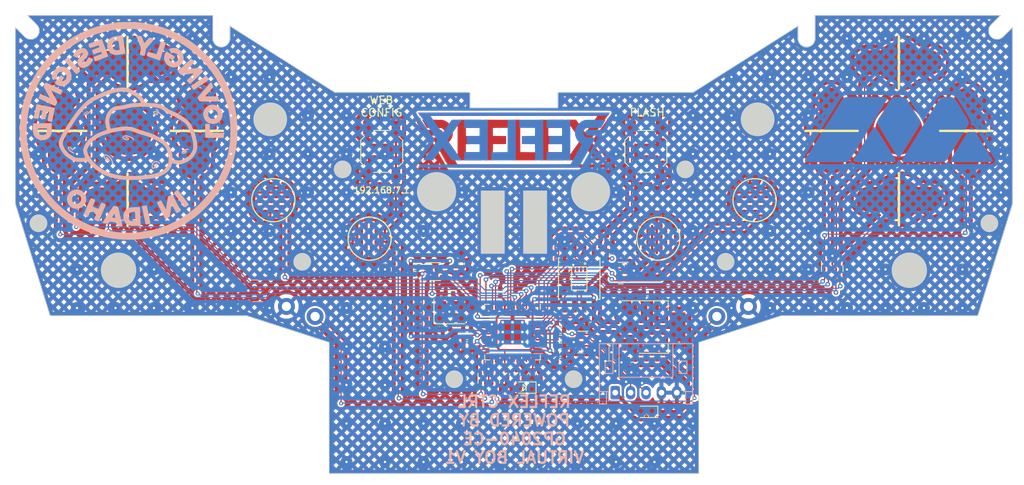
<source format=kicad_pcb>
(kicad_pcb (version 20221018) (generator pcbnew)
  (title_block (title "Nintendo OEM SNES Controller Replacement PCB") (date "2022-10-20") (rev "4a") (comment 1 "http://creativecommons.org/licenses/by-sa/4.0") (comment 2 "Attribution-ShareAlike v4.0 license.") (comment 3 "This document describes Open Hardware and is licensed under the Creative Commons") (comment 4 "(c) 2022 Bob Taylor"))
  (layers (0 "F.Cu" signal "Front") (31 "B.Cu" signal "Back") (34 "B.Paste" user) (35 "F.Paste" user) (36 "B.SilkS" user "B.Silkscreen") (37 "F.SilkS" user "F.Silkscreen") (38 "B.Mask" user) (39 "F.Mask" user) (44 "Edge.Cuts" user))
  (net 0 "")
  (net 1 "GND")
  (net 2 "+5V")
  (net 3 "+3V3")
  (net 4 "Net-(C3-Pad2)")
  (net 5 "/XIN")
  (net 6 "+1V1")
  (net 7 "/VBUS")
  (net 8 "/USB_D+")
  (net 9 "/USB_D-")
  (net 10 "/L")
  (net 11 "/R")
  (net 12 "/START")
  (net 13 "/QSPI_SS")
  (net 14 "/XOUT")
  (net 15 "/DR_+")
  (net 16 "/DR_-")
  (net 17 "Net-(U4-GPIO25)")
  (net 18 "/UP")
  (net 19 "/DOWN")
  (net 20 "/LEFT")
  (net 21 "/RIGHT")
  (net 22 "/SELECT")
  (net 24 "/B")
  (net 26 "/A")
  (net 27 "/HOME")
  (net 28 "/QSPI_SD1")
  (net 29 "/QSPI_SD2")
  (net 30 "/QSPI_SD0")
  (net 31 "/QSPI_SCLK")
  (net 32 "/QSPI_SD3")
  (net 33 "/SDA")
  (net 34 "/SCL")
  (net 35 "/3K")
  (net 36 "/4K")
  (net 37 "/RD")
  (net 38 "/RU")
  (net 39 "/TURBO")
  (net 40 "/TURBO_LED")
  (net 41 "/SWCLK")
  (net 42 "/SWDIO")
  (net 43 "/RUN")
  (net 44 "/TP")
  (net 45 "/GPIO22_3V3")
  (net 46 "/GPIO23_3V3")
  (net 47 "/GPIO24")
  (net 48 "/RS_TOGGLE")
  (net 49 "/LS_TOGGLE")
  (net 50 "/RGB")
  (net 51 "/GPIO29_ADC3")
  (net 52 "/~{USB_BOOT}")
  (net 53 "Net-(D2-A)")
  (net 54 "/RL")
  (net 55 "/RR")
  (footprint "Package_TO_SOT_SMD:SOT-223-3_TabPin2" (layer "F.Cu") (at 182.88 140.475)
    (fp_text reference "U3")
    (fp_text value "AMS1117-3.3")
  )
  (footprint "MountingHole:MountingHole_1.2mm_Pad" (layer "F.Cu") (at 195.2 137.8)
    (fp_text reference "JW1" hide)
    (fp_text value "R-")
  )
  (footprint "Capacitor_SMD:C_0402_1005Metric" (layer "F.Cu") (at 163.83 146.605 -90)
    (fp_text reference "C11")
    (fp_text value "100n")
  )
  (footprint "Capacitor_SMD:C_0402_1005Metric" (layer "F.Cu") (at 174.672489 139.48 180)
    (fp_text reference "C5")
    (fp_text value "100n")
  )
  (footprint "Button_Switch_SMD:SW_SPST_SKQG_WithStem" (layer "F.Cu") (at 181.88 117.66 -90)
    (fp_text reference "SW6")
    (fp_text value "SW_Push")
  )
  (footprint "Package_DFN_QFN:UDFN-10_1.35x2.6mm_P0.5mm" (layer "F.Cu") (at 206.09 132.585 -90)
    (fp_text reference "U5")
    (fp_text value "TVS_RCLAMP0524P-N")
  )
  (footprint "VideoGames:BTN_Controller_5mm_0.3_0.3" (layer "F.Cu") (at 146 129 90)
    (fp_text reference "SW4" hide)
    (fp_text value "Button_Pad")
  )
  (footprint "VideoGames:BTN_Controller_Dpad_0.3_0.3" (layer "F.Cu") (at 114.565 106.195)
    (fp_text reference "SW12" hide)
    (fp_text value "Button_Pad")
  )
  (footprint "MountingHole:MountingHole_1.2mm_Pad" (layer "F.Cu") (at 138.923677 139.1)
    (fp_text reference "JW4" hide)
    (fp_text value "L")
  )
  (footprint "VideoGames:BTN_Controller_Dpad_0.3_0.3" (layer "F.Cu") (at 105.815 115 90)
    (fp_text reference "SW9" hide)
    (fp_text value "Button_Pad")
  )
  (footprint "VideoGames:BTN_Controller_5mm_0.3_0.3" (layer "F.Cu") (at 133.5 124)
    (fp_text reference "SW5" hide)
    (fp_text value "Button_Pad")
  )
  (footprint "Resistor_SMD:R_0402_1005Metric" (layer "F.Cu") (at 158.66 140.745 180)
    (fp_text reference "R5")
    (fp_text value "1K")
  )
  (footprint "Button_Switch_SMD:SW_SPST_SKQG_WithStem" (layer "F.Cu") (at 147.575498 117.66 -90)
    (fp_text reference "SW10")
    (fp_text value "SW_Push")
  )
  (footprint "Resistor_SMD:R_0402_1005Metric" (layer "F.Cu") (at 165.17 146.595 90)
    (fp_text reference "R8")
    (fp_text value "1K")
  )
  (footprint "Resistor_SMD:R_0402_1005Metric" (layer "F.Cu") (at 170.799495 142.925 180)
    (fp_text reference "R7")
    (fp_text value "27")
  )
  (footprint "MountingHole:MountingHole_1.2mm_Pad" (layer "F.Cu") (at 191.1 139.1)
    (fp_text reference "JW3" hide)
    (fp_text value "R")
  )
  (footprint "Capacitor_SMD:C_0402_1005Metric" (layer "F.Cu") (at 167.18 146.595 -90)
    (fp_text reference "C9")
    (fp_text value "100n")
  )
  (footprint "Package_DFN_QFN:UDFN-10_1.35x2.6mm_P0.5mm" (layer "F.Cu") (at 161.48 147.135 -90)
    (fp_text reference "U7")
    (fp_text value "TVS_RCLAMP0524P-N")
  )
  (footprint "VideoGames:BTN_Controller_Dpad_0.3_0.3" (layer "F.Cu") (at 214.75 106.125)
    (fp_text reference "SW3" hide)
    (fp_text value "Button_Pad")
  )
  (footprint "Capacitor_SMD:C_0402_1005Metric" (layer "F.Cu") (at 162.97 135.98 90)
    (fp_text reference "C12")
    (fp_text value "100n")
  )
  (footprint "Capacitor_SMD:C_0402_1005Metric" (layer "F.Cu") (at 182.09 136.075 180)
    (fp_text reference "C2")
    (fp_text value "10u")
  )
  (footprint "Capacitor_SMD:C_0402_1005Metric" (layer "F.Cu") (at 157.96 132.255 90)
    (fp_text reference "C15")
    (fp_text value "10u")
  )
  (footprint "Capacitor_SMD:C_0402_1005Metric" (layer "F.Cu") (at 170.79 140.93)
    (fp_text reference "C13")
    (fp_text value "100n")
  )
  (footprint "Package_DFN_QFN:UDFN-10_1.35x2.6mm_P0.5mm" (layer "F.Cu") (at 173.704495 142.425 180)
    (fp_text reference "U6")
    (fp_text value "TVS_RCLAMP0524P-N")
  )
  (footprint "Resistor_SMD:R_0402_1005Metric" (layer "F.Cu") (at 176.78 131.07 90)
    (fp_text reference "R4")
    (fp_text value "10K")
  )
  (footprint "VideoGames:Reflex_Copper_30mm" (layer "F.Cu") (at 155.150917 114.907153)
    (fp_text reference "Ref**" hide)
    (fp_text value "Val**" hide)
  )
  (footprint "VideoGames:BTN_Controller_Dpad_0.3_0.3" (layer "F.Cu") (at 123.565 115 90)
    (fp_text reference "SW8" hide)
    (fp_text value "Button_Pad")
  )
  (footprint "VideoGames:BTN_Controller_5mm_0.3_0.3" (layer "F.Cu") (at 196 124)
    (fp_text reference "SW11" hide)
    (fp_text value "Button_Pad")
  )
  (footprint "Package_DFN_QFN:UDFN-10_1.35x2.6mm_P0.5mm" (layer "F.Cu") (at 178.945 133.47 180)
    (fp_text reference "U1")
    (fp_text value "TVS_RCLAMP0524P-N")
  )
  (footprint "Resistor_SMD:R_0402_1005Metric" (layer "F.Cu") (at 170.799495 141.925 180)
    (fp_text reference "R6")
    (fp_text value "27")
  )
  (footprint "Capacitor_SMD:C_0402_1005Metric" (layer "F.Cu") (at 170.77 144.895)
    (fp_text reference "C10")
    (fp_text value "1u")
  )
  (footprint "LED_SMD:LED_0603_1608Metric" (layer "F.Cu") (at 166.1375 148.34 180)
    (fp_text reference "D2")
    (fp_text value "LED")
  )
  (footprint "VideoGames:BTN_Controller_Dpad_0.3_0.3" (layer "F.Cu") (at 214.75 123.875)
    (fp_text reference "SW2" hide)
    (fp_text value "Button_Pad")
  )
  (footprint "Diode_SMD:D_0603_1608Metric" (layer "F.Cu") (at 181.95 151.49 180)
    (fp_text reference "D1")
    (fp_text value "SCHOTTKY DIODE")
  )
  (footprint "VideoGames:BTN_Controller_Dpad_0.3_0.3" (layer "F.Cu") (at 206 115 90)
    (fp_text reference "SW1" hide)
    (fp_text value "Button_Pad")
  )
  (footprint "Capacitor_SMD:C_0402_1005Metric" (layer "F.Cu") (at 155.98 140.745)
    (fp_text reference "C3")
    (fp_text value "27p")
  )
  (footprint "VideoGames:BTN_Controller_5mm_0.3_0.3" (layer "F.Cu") (at 183.5 129 -90)
    (fp_text reference locked "SW7" hide)
    (fp_text value "Button_Pad")
  )
  (footprint "Package_TO_SOT_SMD:SOT-353_SC-70-5" (layer "F.Cu") (at 154.53 133.28)
    (fp_text reference "U8")
    (fp_text value "74AHC1G32")
  )
  (footprint "Resistor_SMD:R_0402_1005Metric" (layer "F.Cu") (at 151.89 132.64)
    (fp_text reference "R10")
    (fp_text value "10K")
  )
  (footprint "VideoGames:RPI_SPI_Flash_Universal_W25Q16" (layer "F.Cu") (at 173.23 134.18 -90)
    (fp_text reference "FLASH1")
    (fp_text value "W25Q16")
  )
  (footprint "VideoGames:BTN_Controller_Dpad_0.3_0.3" (layer "F.Cu") (at 114.565 123.945)
    (fp_text reference "SW13" hide)
    (fp_text value "Button_Pad")
  )
  (footprint "Crystal:Crystal_SMD_SeikoEpson_TSX3225-4Pin_3.2x2.5mm" (layer "F.Cu") (at 156.36 138.475)
    (fp_text reference "Y1")
    (fp_text value "Crystal_GND24_Small")
  )
  (footprint "Capacitor_SMD:C_0402_1005Metric" (layer "F.Cu") (at 158.66 141.755 180)
    (fp_text reference "C14")
    (fp_text value "100n")
  )
  (footprint "Capacitor_SMD:C_0402_1005Metric" (layer "F.Cu") (at 156.37 136.125)
    (fp_text reference "C4")
    (fp_text value "27p")
  )
  (footprint "VideoGames:BTN_Controller_Dpad_0.3_0.3" (layer "F.Cu") (at 223.5 115 90)
    (fp_text reference "SW0" hide)
    (fp_text value "Button_Pad")
  )
  (footprint "VideoGames_KiCad6:RP2040-QFN-56" (layer "F.Cu") (at 164.564495 141.13 -90)
    (fp_text reference "U4")
    (fp_text value "RP2040")
  )
  (footprint "Capacitor_SMD:C_0402_1005Metric" (layer "F.Cu") (at 170.8 143.915)
    (fp_text reference "C8")
    (fp_text value "1u")
  )
  (footprint "Capacitor_SMD:C_0402_1005Metric" (layer "F.Cu") (at 180.05 144.69 180)
    (fp_text reference "C1")
    (fp_text value "10u")
  )
  (footprint "Resistor_SMD:R_0402_1005Metric" (layer "F.Cu") (at 176.78 129.13 90)
    (fp_text reference "R3")
    (fp_text value "1K")
  )
  (footprint "Resistor_SMD:R_0402_1005Metric" (layer "F.Cu") (at 151.88 133.635)
    (fp_text reference "R9")
    (fp_text value "10K")
  )
  (footprint "Capacitor_SMD:C_0402_1005Metric" (layer "F.Cu") (at 170.79 139.95)
    (fp_text reference "C7")
    (fp_text value "100n")
  )
  (footprint "MountingHole:MountingHole_1.2mm_Pad" (layer "F.Cu") (at 135.2 137.8)
    (fp_text reference "JW2" hide)
    (fp_text value "L-")
  )
  (footprint "Capacitor_SMD:C_0402_1005Metric" (layer "F.Cu") (at 158.66 142.745 180)
    (fp_text reference "C6")
    (fp_text value "100n")
  )
  (footprint "Package_DFN_QFN:UDFN-10_1.35x2.6mm_P0.5mm" (layer "B.Cu") (at 131.475 135.77 180)
    (fp_text reference "U2")
    (fp_text value "TVS_RCLAMP0524P-N")
  )
  (footprint "VideoGames_KiCad6:Idaho_XL" (layer "B.Cu") (at 113.124906 120.372337 180)
    (fp_text reference "Ref**" hide)
    (fp_text value "Val**" hide)
  )
  (footprint "Connector_JST:JST_PH_S5B-PH-K_1x05_P2.00mm_Horizontal" (layer "B.Cu") (at 177.9 149)
    (fp_text reference "J5")
    (fp_text value "Conn_01x05")
  )
  (footprint "VideoGames:MiSTer_Addons_MA_25mm" (layer "B.Cu") (at 214.75 113.15 180)
    (fp_text reference "Ref**" hide)
    (fp_text value "Val**" hide)
  )
  (footprint "VideoGames:Reflex_Copper_30mm" (layer "B.Cu") (at 174.349083 114.907153 180)
    (fp_text reference "Ref**" hide)
    (fp_text value "Val**" hide)
  )
  (gr_circle locked (center 114.69 115.07) (end 117.69 115.07) (stroke (width 0.15)) (fill solid) (layer "F.Cu"))
  (gr_circle locked (center 214.75 115) (end 217.75 115) (stroke (width 0.15)) (fill solid) (layer "F.Cu"))
  (gr_line (start 100 101.557817) (end 100 124.5) (stroke (width 0.1)) (layer "Edge.Cuts"))
  (gr_line (start 229.5 124.5) (end 225 139) (stroke (width 0.1)) (layer "Edge.Cuts"))
  (gr_line (start 100 124.5) (end 104.5 139) (stroke (width 0.1)) (layer "Edge.Cuts"))
  (gr_circle locked (center 157 147.25) (end 158.1 147.25) (stroke (width 0.1)) (fill solid) (layer "Edge.Cuts"))
  (gr_arc (start 203.849999 103) (mid 202.75 104.099999) (end 201.650001 103) (stroke (width 0.1)) (layer "Edge.Cuts"))
  (gr_line (start 228.277817 102.777817) (end 229.5 101.56) (stroke (width 0.1)) (layer "Edge.Cuts"))
  (gr_line (start 140.75 159.5) (end 140.74 142.47) (stroke (width 0.1)) (layer "Edge.Cuts"))
  (gr_circle locked (center 192.25 132) (end 193.35 132) (stroke (width 0.1)) (fill solid) (layer "Edge.Cuts"))
  (gr_line (start 170.45 112) (end 159.05 112) (stroke (width 0.1)) (layer "Edge.Cuts"))
  (gr_line (start 199.5 139) (end 188.76 142.47) (stroke (width 0.1)) (layer "Edge.Cuts"))
  (gr_line (start 101.56 100) (end 125.65 100) (stroke (width 0.1)) (layer "Edge.Cuts"))
  (gr_line (start 229.5 101.56) (end 229.5 124.5) (stroke (width 0.1)) (layer "Edge.Cuts"))
  (gr_line (start 159.05 110) (end 141.5 110) (stroke (width 0.1)) (layer "Edge.Cuts"))
  (gr_line (start 225 139) (end 199.5 139) (stroke (width 0.1)) (layer "Edge.Cuts"))
  (gr_rect locked (start 166 122.8) (end 169 130.91) (stroke (width 0.1)) (fill solid) (layer "Edge.Cuts"))
  (gr_line (start 127.85 101.37) (end 141.5 110) (stroke (width 0.1)) (layer "Edge.Cuts"))
  (gr_line (start 188.75 159.5) (end 188.76 142.47) (stroke (width 0.1)) (layer "Edge.Cuts"))
  (gr_circle locked (center 226.5 127) (end 227.6 127) (stroke (width 0.1)) (fill solid) (layer "Edge.Cuts"))
  (gr_line (start 125.650001 103) (end 125.65 100) (stroke (width 0.1)) (layer "Edge.Cuts"))
  (gr_arc (start 228.277817 102.777817) (mid 226.722183 102.777817) (end 226.722183 101.222183) (stroke (width 0.1)) (layer "Edge.Cuts"))
  (gr_line (start 188.75 159.5) (end 140.75 159.5) (stroke (width 0.1)) (layer "Edge.Cuts"))
  (gr_circle locked (center 216.1 133.1) (end 218.35 133.1) (stroke (width 0.1)) (fill solid) (layer "Edge.Cuts"))
  (gr_line (start 203.849999 103) (end 203.85 100) (stroke (width 0.1)) (layer "Edge.Cuts"))
  (gr_circle locked (center 187 120) (end 185.9 120) (stroke (width 0.1)) (fill solid) (layer "Edge.Cuts"))
  (gr_circle locked (center 137.25 132) (end 138.35 132) (stroke (width 0.1)) (fill solid) (layer "Edge.Cuts"))
  (gr_line (start 127.849999 103) (end 127.85 101.37) (stroke (width 0.1)) (layer "Edge.Cuts"))
  (gr_circle locked (center 103 127) (end 104.1 127) (stroke (width 0.1)) (fill solid) (layer "Edge.Cuts"))
  (gr_circle locked (center 174.7 122.9) (end 172.2 122.9) (stroke (width 0.1)) (fill solid) (layer "Edge.Cuts"))
  (gr_line (start 130 139) (end 140.74 142.47) (stroke (width 0.1)) (layer "Edge.Cuts"))
  (gr_line (start 227.94 100) (end 203.85 100) (stroke (width 0.1)) (layer "Edge.Cuts"))
  (gr_circle locked (center 113.4 133.1) (end 115.65 133.1) (stroke (width 0.1)) (fill solid) (layer "Edge.Cuts"))
  (gr_line (start 102.777817 101.222183) (end 101.56 100) (stroke (width 0.1)) (layer "Edge.Cuts"))
  (gr_circle locked (center 133.1 113.5) (end 135.24 113.5) (stroke (width 0.1)) (fill solid) (layer "Edge.Cuts"))
  (gr_line (start 226.722183 101.222183) (end 227.94 100) (stroke (width 0.1)) (layer "Edge.Cuts"))
  (gr_circle locked (center 196.4 113.5) (end 198.54 113.5) (stroke (width 0.1)) (fill solid) (layer "Edge.Cuts"))
  (gr_line (start 170.45 110) (end 188 110) (stroke (width 0.1)) (layer "Edge.Cuts"))
  (gr_line (start 159.05 112) (end 159.05 110) (stroke (width 0.1)) (layer "Edge.Cuts"))
  (gr_circle locked (center 172.5 147.25) (end 171.4 147.25) (stroke (width 0.1)) (fill solid) (layer "Edge.Cuts"))
  (gr_line (start 104.5 139) (end 130 139) (stroke (width 0.1)) (layer "Edge.Cuts"))
  (gr_circle locked (center 142.5 120) (end 143.6 120) (stroke (width 0.1)) (fill solid) (layer "Edge.Cuts"))
  (gr_line (start 101.222183 102.777817) (end 100 101.557817) (stroke (width 0.1)) (layer "Edge.Cuts"))
  (gr_arc (start 127.849999 103) (mid 126.75 104.099999) (end 125.650001 103) (stroke (width 0.1)) (layer "Edge.Cuts"))
  (gr_line (start 201.650001 103) (end 201.65 101.37) (stroke (width 0.1)) (layer "Edge.Cuts"))
  (gr_arc (start 102.777817 101.222183) (mid 102.777817 102.777817) (end 101.222183 102.777817) (stroke (width 0.1)) (layer "Edge.Cuts"))
  (gr_circle locked (center 154.7 122.9) (end 157.2 122.9) (stroke (width 0.1)) (fill solid) (layer "Edge.Cuts"))
  (gr_rect locked (start 160.5 122.8) (end 163.5 130.91) (stroke (width 0.1)) (fill solid) (layer "Edge.Cuts"))
  (gr_line (start 201.65 101.37) (end 188 110) (stroke (width 0.1)) (layer "Edge.Cuts"))
  (gr_line (start 170.45 112) (end 170.45 110) (stroke (width 0.1)) (layer "Edge.Cuts"))
  (gr_text "REFLEX CTRL\nPOWERED BY\nGP2040-CE\nVIRTUAL BOY V1" (at 164.8 158.3) (layer "B.SilkS") (effects (font (size 1.5 1.5) (thickness 0.3)) (justify bottom mirror)))
  (gr_text "WEB\nCONFIG" (at 147.55 113.21) (layer "F.SilkS") (effects (font (size 1 1)) (justify bottom)))
  (gr_text "192.168.7.1" (at 147.56 123.18) (layer "F.SilkS") (effects (font (size 0.8 0.8)) (justify bottom)))
  (gr_text "FLASH" (at 179.7 113.2) (layer "F.SilkS") (effects (font (size 1 1)) (justify left bottom)))
  (segment (start 171.27 140.93) (end 171.27 139.95) (width 0.25) (layer "F.Cu") (net 1))
  (segment (start 172.469527 133.501627) (end 173.1479 134.18) (width 0.1524) (layer "F.Cu") (net 1))
  (segment (start 172.45229 132.95229) (end 172.48 132.98) (width 0.1524) (layer "F.Cu") (net 1))
  (segment (start 155.515 137.675) (end 155.26 137.675) (width 0.1524) (layer "F.Cu") (net 1))
  (segment (start 171.325 129.401848) (end 171.325 130.575) (width 0.1524) (layer "F.Cu") (net 1))
  (segment (start 161.4519 145.92) (end 161.38 145.8481) (width 0.1524) (layer "F.Cu") (net 1))
  (segment (start 161.38 145.8481) (end 161.38 145.73) (width 0.1524) (layer "F.Cu") (net 1))
  (segment (start 155.26 137.675) (end 155.26 136.755) (width 0.1524) (layer "F.Cu") (net 1))
  (segment (start 180.33 133.15) (end 180.01 133.47) (width 0.1524) (layer "F.Cu") (net 1))
  (segment (start 157.115 139.275) (end 156.37 138.53) (width 0.1524) (layer "F.Cu") (net 1))
  (segment (start 161.48 146.355) (end 161.48 147.405) (width 0.1524) (layer "F.Cu") (net 1))
  (segment (start 166.925 148.2281) (end 167.19 147.9631) (width 0.1524) (layer "F.Cu") (net 1))
  (segment (start 171.328424 129.398424) (end 171.325 129.401848) (width 0.1524) (layer "F.Cu") (net 1))
  (segment (start 161.48 145.9481) (end 161.48 147.66) (width 0.1524) (layer "F.Cu") (net 1))
  (segment (start 156.37 138.48) (end 156.32 138.48) (width 0.1524) (layer "F.Cu") (net 1))
  (segment (start 155.26 136.755) (end 155.89 136.125) (width 0.1524) (layer "F.Cu") (net 1))
  (segment (start 172.48 133.491154) (end 172.48 132.98) (width 0.1524) (layer "F.Cu") (net 1))
  (segment (start 167.19 147.9631) (end 167.18 147.9531) (width 0.1524) (layer "F.Cu") (net 1))
  (segment (start 156.32 138.48) (end 155.515 137.675) (width 0.1524) (layer "F.Cu") (net 1))
  (segment (start 167.18 147.9531) (end 167.18 147.075) (width 0.1524) (layer "F.Cu") (net 1))
  (segment (start 161.4519 145.92) (end 161.48 145.9481) (width 0.1524) (layer "F.Cu") (net 1))
  (segment (start 174.229495 142.425) (end 173.179495 142.425) (width 0.1524) (layer "F.Cu") (net 1))
  (segment (start 180.01 133.47) (end 179.47 133.47) (width 0.1524) (layer "F.Cu") (net 1))
  (segment (start 206.09 133.11) (end 206.09 132.06) (width 0.1524) (layer "F.Cu") (net 1))
  (segment (start 173.1479 134.18) (end 173.23 134.18) (width 0.1524) (layer "F.Cu") (net 1))
  (segment (start 206.09 131.2481) (end 206.09 132.06) (width 0.1524) (layer "F.Cu") (net 1))
  (segment (start 161.126995 140.13) (end 161.874221 140.13) (width 0.1524) (layer "F.Cu") (net 1))
  (segment (start 206.1181 131.22) (end 206.09 131.2481) (width 0.1524) (layer "F.Cu") (net 1))
  (segment (start 161.874221 140.13) (end 161.874297 140.129924) (width 0.1524) (layer "F.Cu") (net 1))
  (segment (start 157.46 139.275) (end 157.115 139.275) (width 0.1524) (layer "F.Cu") (net 1))
  (segment (start 166.925 148.34) (end 166.925 148.2281) (width 0.1524) (layer "F.Cu") (net 1))
  (segment (start 173.179495 142.425) (end 172.5205 142.425) (width 0.1524) (layer "F.Cu") (net 1))
  (segment (start 156.37 138.53) (end 156.37 138.48) (width 0.1524) (layer "F.Cu") (net 1))
  (segment (start 172.45229 132.401386) (end 172.45229 132.95229) (width 0.1524) (layer "F.Cu") (net 1))
  (segment (start 172.469527 133.501627) (end 172.48 133.491154) (width 0.1524) (layer "F.Cu") (net 1))
  (segment (start 178.42 133.47) (end 179.47 133.47) (width 0.1524) (layer "F.Cu") (net 1))
  (segment (start 172.5205 142.425) (end 172.52 142.4245) (width 0.1524) (layer "F.Cu") (net 1))
  (via (at 133 108) (size 0.6) (drill 0.3) (layers "F.Cu" "B.Cu") (net 1))
  (via (at 148 138) (size 0.6) (drill 0.3) (layers "F.Cu" "B.Cu") (net 1))
  (via (at 148 153) (size 0.6) (drill 0.3) (layers "F.Cu" "B.Cu") (net 1))
  (via (at 158 128) (size 0.6) (drill 0.3) (layers "F.Cu" "B.Cu") (net 1))
  (via (at 198 128) (size 0.6) (drill 0.3) (layers "F.Cu" "B.Cu") (net 1))
  (via (at 128 128) (size 0.6) (drill 0.3) (layers "F.Cu" "B.Cu") (net 1))
  (via (at 203 113) (size 0.6) (drill 0.3) (layers "F.Cu" "B.Cu") (net 1))
  (via (at 223 138) (size 0.6) (drill 0.3) (layers "F.Cu" "B.Cu") (net 1))
  (via (at 103 118) (size 0.6) (drill 0.3) (layers "F.Cu" "B.Cu") (net 1))
  (via (at 178 113) (size 0.6) (drill 0.3) (layers "F.Cu" "B.Cu") (net 1))
  (via (at 178 153) (size 0.6) (drill 0.3) (layers "F.Cu" "B.Cu") (net 1))
  (via (at 143 133) (size 0.6) (drill 0.3) (layers "F.Cu" "B.Cu") (net 1))
  (via (at 203 133) (size 0.6) (drill 0.3) (layers "F.Cu" "B.Cu") (net 1))
  (via (at 203 128) (size 0.6) (drill 0.3) (layers "F.Cu" "B.Cu") (net 1))
  (via (at 143 153) (size 0.6) (drill 0.3) (layers "F.Cu" "B.Cu") (net 1))
  (via (at 188 123) (size 0.6) (drill 0.3) (layers "F.Cu" "B.Cu") (net 1))
  (via (at 198 108) (size 0.6) (drill 0.3) (layers "F.Cu" "B.Cu") (net 1))
  (via (at 179.311049 147.58895) (size 0.6) (drill 0.3) (layers "F.Cu" "B.Cu") (net 1))
  (via (at 118 103) (size 0.6) (drill 0.3) (layers "F.Cu" "B.Cu") (net 1))
  (via (at 108 138) (size 0.6) (drill 0.3) (layers "F.Cu" "B.Cu") (net 1))
  (via (at 178 158) (size 0.6) (drill 0.3) (layers "F.Cu" "B.Cu") (net 1))
  (via (at 153 153) (size 0.6) (drill 0.3) (layers "F.Cu" "B.Cu") (net 1))
  (via (at 148 113) (size 0.6) (drill 0.3) (layers "F.Cu" "B.Cu") (net 1))
  (via (at 128 108) (size 0.6) (drill 0.3) (layers "F.Cu" "B.Cu") (net 1))
  (via (at 158 158) (size 0.6) (drill 0.3) (layers "F.Cu" "B.Cu") (net 1))
  (via (at 161.4519 145.92) (size 0.6) (drill 0.3) (layers "F.Cu" "B.Cu") (net 1))
  (via (at 133 128) (size 0.6) (drill 0.3) (layers "F.Cu" "B.Cu") (net 1))
  (via (at 133 133) (size 0.6) (drill 0.3) (layers "F.Cu" "B.Cu") (net 1))
  (via (at 177.911049 146.18895) (size 0.6) (drill 0.3) (layers "F.Cu" "B.Cu") (net 1))
  (via (at 223 103) (size 0.6) (drill 0.3) (layers "F.Cu" "B.Cu") (net 1))
  (via (at 172.45229 132.401386) (size 0.6) (drill 0.3) (layers "F.Cu" "B.Cu") (net 1))
  (via (at 138 113) (size 0.6) (drill 0.3) (layers "F.Cu" "B.Cu") (net 1))
  (via (at 156.37 138.48) (size 0.6) (drill 0.3) (layers "F.Cu" "B.Cu") (net 1))
  (via (at 178 123) (size 0.6) (drill 0.3) (layers "F.Cu" "B.Cu") (net 1))
  (via (at 118 118) (size 0.6) (drill 0.3) (layers "F.Cu" "B.Cu") (net 1))
  (via (at 108 108) (size 0.6) (drill 0.3) (layers "F.Cu" "B.Cu") (net 1))
  (via (at 188 118) (size 0.6) (drill 0.3) (layers "F.Cu" "B.Cu") (net 1))
  (via (at 108 133) (size 0.6) (drill 0.3) (layers "F.Cu" "B.Cu") (net 1))
  (via (at 183 143) (size 0.6) (drill 0.3) (layers "F.Cu" "B.Cu") (net 1))
  (via (at 180.33 133.15) (size 0.6) (drill 0.3) (layers "F.Cu" "B.Cu") (net 1))
  (via (at 103 123) (size 0.6) (drill 0.3) (layers "F.Cu" "B.Cu") (net 1))
  (via (at 193 108) (size 0.6) (drill 0.3) (layers "F.Cu" "B.Cu") (net 1))
  (via (at 218 103) (size 0.6) (drill 0.3) (layers "F.Cu" "B.Cu") (net 1))
  (via (at 175.23105 143.50895) (size 0.6) (drill 0.3) (layers "F.Cu" "B.Cu") (net 1))
  (via (at 143 113) (size 0.6) (drill 0.3) (layers "F.Cu" "B.Cu") (net 1))
  (via (at 143 128) (size 0.6) (drill 0.3) (layers "F.Cu" "B.Cu") (net 1))
  (via (at 108 103) (size 0.6) (drill 0.3) (layers "F.Cu" "B.Cu") (net 1))
  (via (at 176.62105 144.89895) (size 0.6) (drill 0.3) (layers "F.Cu" "B.Cu") (net 1))
  (via (at 118 113) (size 0.6) (drill 0.3) (layers "F.Cu" "B.Cu") (net 1))
  (via (at 153 128) (size 0.6) (drill 0.3) (layers "F.Cu" "B.Cu") (net 1))
  (via (at 193 113) (size 0.6) (drill 0.3) (layers "F.Cu" "B.Cu") (net 1))
  (via (at 203 108) (size 0.6) (drill 0.3) (layers "F.Cu" "B.Cu") (net 1))
  (via (at 113 138) (size 0.6) (drill 0.3) (layers "F.Cu" "B.Cu") (net 1))
  (via (at 208 138) (size 0.6) (drill 0.3) (layers "F.Cu" "B.Cu") (net 1))
  (via (at 208 108) (size 0.6) (drill 0.3) (layers "F.Cu" "B.Cu") (net 1))
  (via (at 158 153) (size 0.6) (drill 0.3) (layers "F.Cu" "B.Cu") (net 1))
  (via (at 128 138) (size 0.6) (drill 0.3) (layers "F.Cu" "B.Cu") (net 1))
  (via (at 177.403424 143.756576) (size 0.6) (drill 0.3) (layers "F.Cu" "B.Cu") (net 1))
  (via (at 148 118) (size 0.6) (drill 0.3) (layers "F.Cu" "B.Cu") (net 1))
  (via (at 218 138) (size 0.6) (drill 0.3) (layers "F.Cu" "B.Cu") (net 1))
  (via (at 168 153) (size 0.6) (drill 0.3) (layers "F.Cu" "B.Cu") (net 1))
  (via (at 173 153) (size 0.6) (drill 0.3) (layers "F.Cu" "B.Cu") (net 1))
  (via (at 228 113) (size 0.6) (drill 0.3) (layers "F.Cu" "B.Cu") (net 1))
  (via (at 128 113) (size 0.6) (drill 0.3) (layers "F.Cu" "B.Cu") (net 1))
  (via (at 171.328424 129.398424) (size 0.6) (drill 0.3) (layers "F.Cu" "B.Cu") (net 1))
  (via (at 223 108) (size 0.6) (drill 0.3) (layers "F.Cu" "B.Cu") (net 1))
  (via (at 208 133) (size 0.6) (drill 0.3) (layers "F.Cu" "B.Cu") (net 1))
  (via (at 183 153) (size 0.6) (drill 0.3) (layers "F.Cu" "B.Cu") (net 1))
  (via (at 188 153) (size 0.6) (drill 0.3) (layers "F.Cu" "B.Cu") (net 1))
  (via (at 113 103) (size 0.6) (drill 0.3) (layers "F.Cu" "B.Cu") (net 1))
  (via (at 148 123) (size 0.6) (drill 0.3) (layers "F.Cu" "B.Cu") (net 1))
  (via (at 133 138) (size 0.6) (drill 0.3) (layers "F.Cu" "B.Cu") (net 1))
  (via (at 128 118) (size 0.6) (drill 0.3) (layers "F.Cu" "B.Cu") (net 1))
  (via (at 183 158) (size 0.6) (drill 0.3) (layers "F.Cu" "B.Cu") (net 1))
  (via (at 148 148) (size 0.6) (drill 0.3) (layers "F.Cu" "B.Cu") (net 1))
  (via (at 203 123) (size 0.6) (drill 0.3) (layers "F.Cu" "B.Cu") (net 1))
  (via (at 188 133) (size 0.6) (drill 0.3) (layers "F.Cu" "B.Cu") (net 1))
  (via (at 118 133) (size 0.6) (drill 0.3) (layers "F.Cu" "B.Cu") (net 1))
  (via (at 203 138) (size 0.6) (drill 0.3) (layers "F.Cu" "B.Cu") (net 1))
  (via (at 143 143) (size 0.6) (drill 0.3) (layers "F.Cu" "B.Cu") (net 1))
  (via (at 193 118) (size 0.6) (drill 0.3) (layers "F.Cu" "B.Cu") (net 1))
  (via (at 228 118) (size 0.6) (drill 0.3) (layers "F.Cu" "B.Cu") (net 1))
  (via (at 178.713424 145.066576) (size 0.6) (drill 0.3) (layers "F.Cu" "B.Cu") (net 1))
  (via (at 133 118) (size 0.6) (drill 0.3) (layers "F.Cu" "B.Cu") (net 1))
  (via (at 178 118) (size 0.6) (drill 0.3) (layers "F.Cu" "B.Cu") (net 1))
  (via (at 143 118) (size 0.6) (drill 0.3) (layers "F.Cu" "B.Cu") (net 1))
  (via (at 118 138) (size 0.6) (drill 0.3) (layers "F.Cu" "B.Cu") (net 1))
  (via (at 223 133) (size 0.6) (drill 0.3) (layers "F.Cu" "B.Cu") (net 1))
  (via (at 138 123) (size 0.6) (drill 0.3) (layers "F.Cu" "B.Cu") (net 1))
  (via (at 148 143) (size 0.6) (drill 0.3) (layers "F.Cu" "B.Cu") (net 1))
  (via (at 168 148) (size 0.6) (drill 0.3) (layers "F.Cu" "B.Cu") (net 1))
  (via (at 148 158) (size 0.6) (drill 0.3) (layers "F.Cu" "B.Cu") (net 1))
  (via (at 206.1181 131.22) (size 0.6) (drill 0.3) (layers "F.Cu" "B.Cu") (net 1))
  (via (at 163 153) (size 0.6) (drill 0.3) (layers "F.Cu" "B.Cu") (net 1))
  (via (at 228 123) (size 0.6) (drill 0.3) (layers "F.Cu" "B.Cu") (net 1))
  (via (at 228 108) (size 0.6) (drill 0.3) (layers "F.Cu" "B.Cu") (net 1))
  (via (at 208 103) (size 0.6) (drill 0.3) (layers "F.Cu" "B.Cu") (net 1))
  (via (at 123 108) (size 0.6) (drill 0.3) (layers "F.Cu" "B.Cu") (net 1))
  (via (at 188 113) (size 0.6) (drill 0.3) (layers "F.Cu" "B.Cu") (net 1))
  (via (at 178 138) (size 0.6) (drill 0.3) (layers "F.Cu" "B.Cu") (net 1))
  (via (at 138 118) (size 0.6) (drill 0.3) (layers "F.Cu" "B.Cu") (net 1))
  (via (at 198 118) (size 0.6) (drill 0.3) (layers "F.Cu" "B.Cu") (net 1))
  (via (at 172.52 142.4245) (size 0.6) (drill 0.3) (layers "F.Cu" "B.Cu") (net 1))
  (via (at 213 138) (size 0.6) (drill 0.3) (layers "F.Cu" "B.Cu") (net 1))
  (via (at 138 128) (size 0.6) (drill 0.3) (layers "F.Cu" "B.Cu") (net 1))
  (via (at 188 138) (size 0.6) (drill 0.3) (layers "F.Cu" "B.Cu") (net 1))
  (via (at 158 123) (size 0.6) (drill 0.3) (layers "F.Cu" "B.Cu") (net 1))
  (via (at 148 133) (size 0.6) (drill 0.3) (layers "F.Cu" "B.Cu") (net 1))
  (via (at 130.25 135.7419) (size 0.6) (drill 0.3) (layers "F.Cu" "B.Cu") (net 1))
  (via (at 143 158) (size 0.6) (drill 0.3) (layers "F.Cu" "B.Cu") (net 1))
  (via (at 181.388424 147.741576) (size 0.6) (drill 0.3) (layers "F.Cu" "B.Cu") (net 1))
  (via (at 168 158) (size 0.6) (drill 0.3) (layers "F.Cu" "B.Cu") (net 1))
  (via (at 198 133) (size 0.6) (drill 0.3) (layers "F.Cu" "B.Cu") (net 1))
  (via (at 123 103) (size 0.6) (drill 0.3) (layers "F.Cu" "B.Cu") (net 1))
  (via (at 153 158) (size 0.6) (drill 0.3) (layers "F.Cu" "B.Cu") (net 1))
  (via (at 213 133) (size 0.6) (drill 0.3) (layers "F.Cu" "B.Cu") (net 1))
  (via (at 183 113) (size 0.6) (drill 0.3) (layers "F.Cu" "B.Cu") (net 1))
  (via (at 143 148) (size 0.6) (drill 0.3) (layers "F.Cu" "B.Cu") (net 1))
  (via (at 180.008424 146.361576) (size 0.6) (drill 0.3) (layers "F.Cu" "B.Cu") (net 1))
  (via (at 175.943424 142.296576) (size 0.6) (drill 0.3) (layers "F.Cu" "B.Cu") (net 1))
  (via (at 213 103) (size 0.6) (drill 0.3) (layers "F.Cu" "B.Cu") (net 1))
  (via (at 188 128) (size 0.6) (drill 0.3) (layers "F.Cu" "B.Cu") (net 1))
  (via (at 161.874297 140.129924) (size 0.6) (drill 0.3) (layers "F.Cu" "B.Cu") (net 1))
  (via (at 143 138) (size 0.6) (drill 0.3) (layers "F.Cu" "B.Cu") (net 1))
  (via (at 103 108) (size 0.6) (drill 0.3) (layers "F.Cu" "B.Cu") (net 1))
  (via (at 163 158) (size 0.6) (drill 0.3) (layers "F.Cu" "B.Cu") (net 1))
  (via (at 198 138) (size 0.6) (drill 0.3) (layers "F.Cu" "B.Cu") (net 1))
  (via (at 123 138) (size 0.6) (drill 0.3) (layers "F.Cu" "B.Cu") (net 1))
  (via (at 128 123) (size 0.6) (drill 0.3) (layers "F.Cu" "B.Cu") (net 1))
  (via (at 173 158) (size 0.6) (drill 0.3) (layers "F.Cu" "B.Cu") (net 1))
  (via (at 108 118) (size 0.6) (drill 0.3) (layers "F.Cu" "B.Cu") (net 1))
  (via (at 143 123) (size 0.6) (drill 0.3) (layers "F.Cu" "B.Cu") (net 1))
  (via (at 193 138) (size 0.6) (drill 0.3) (layers "F.Cu" "B.Cu") (net 1))
  (segment (start 164.564495 141.13) (end 163.289495 141.13) (width 0.5) (layer "B.Cu") (net 1))
  (segment (start 165.839495 141.13) (end 164.564495 141.13) (width 0.5) (layer "B.Cu") (net 1))
  (segment (start 165.839495 142.405) (end 165.839495 139.855) (width 0.5) (layer "B.Cu") (net 1))
  (segment (start 130.2781 135.77) (end 130.25 135.7419) (width 0.1524) (layer "B.Cu") (net 1))
  (segment (start 130.95 135.77) (end 130.2781 135.77) (width 0.1524) (layer "B.Cu") (net 1))
  (segment (start 132 135.77) (end 130.95 135.77) (width 0.1524) (layer "B.Cu") (net 1))
  (segment (start 165.839495 142.405) (end 163.289495 142.405) (width 0.5) (layer "B.Cu") (net 1))
  (segment (start 163.289495 139.855) (end 165.81 139.855) (width 0.5) (layer "B.Cu") (net 1))
  (segment (start 163.289495 142.405) (end 163.289495 139.855) (width 0.5) (layer "B.Cu") (net 1))
  (segment (start 164.564495 139.855) (end 164.564495 142.405) (width 0.5) (layer "B.Cu") (net 1))
  (segment (start 186.28 151.49) (end 187.37 150.4) (width 0.5) (layer "F.Cu") (net 2))
  (segment (start 187.37 150.4) (end 187.37 147.73) (width 0.5) (layer "F.Cu") (net 2))
  (segment (start 182.7375 151.49) (end 186.28 151.49) (width 0.5) (layer "F.Cu") (net 2))
  (segment (start 184.33 144.69) (end 180.53 144.69) (width 0.5) (layer "F.Cu") (net 2))
  (segment (start 180.53 144.69) (end 180.53 143.575) (width 0.5) (layer "F.Cu") (net 2))
  (segment (start 187.37 147.73) (end 184.33 144.69) (width 0.5) (layer "F.Cu") (net 2))
  (segment (start 180.53 143.575) (end 179.73 142.775) (width 0.5) (layer "F.Cu") (net 2))
  (segment (start 166.79 143.455) (end 167.164495 143.080505) (width 0.25) (layer "F.Cu") (net 3))
  (segment (start 167.164495 144.5675) (end 167.164495 143.755505) (width 0.25) (layer "F.Cu") (net 3))
  (segment (start 159.95 141.535) (end 159.96 141.525) (width 0.1524) (layer "F.Cu") (net 3))
  (segment (start 156.43 131.885) (end 155.685 132.63) (width 0.5) (layer "F.Cu") (net 3))
  (segment (start 151.37 133.635) (end 151.37 132.65) (width 0.5) (layer "F.Cu") (net 3))
  (segment (start 176.147489 140.475) (end 179.73 140.475) (width 0.25) (layer "F.Cu") (net 3))
  (segment (start 167.18 146.115) (end 167.18 144.551995) (width 0.1524) (layer "F.Cu") (net 3))
  (segment (start 167.164495 143.755505) (end 167.19 143.73) (width 0.25) (layer "F.Cu") (net 3))
  (segment (start 160.318948 141.535) (end 160.523948 141.33) (width 0.1524) (layer "F.Cu") (net 3))
  (segment (start 151.3724 141.675) (end 151.3724 133.6374) (width 0.5) (layer "F.Cu") (net 3))
  (segment (start 170.31 140.93) (end 169.91 141.33) (width 0.25) (layer "F.Cu") (net 3))
  (segment (start 159.98 141.535) (end 159.99 141.525) (width 0.1524) (layer "F.Cu") (net 3))
  (segment (start 169.74 144.895) (end 168.575 143.73) (width 0.25) (layer "F.Cu") (net 3))
  (segment (start 162.97 136.46) (end 163.564495 137.054495) (width 0.25) (layer "F.Cu") (net 3))
  (segment (start 169.91 141.33) (end 168.001995 141.33) (width 0.25) (layer "F.Cu") (net 3))
  (segment (start 167.164495 143.080505) (end 167.164495 141.735) (width 0.25) (layer "F.Cu") (net 3))
  (segment (start 151.37 132.65) (end 151.38 132.64) (width 0.5) (layer "F.Cu") (net 3))
  (segment (start 162.49 141.33) (end 161.126995 141.33) (width 0.1524) (layer "F.Cu") (net 3))
  (segment (start 176.78 132.6324) (end 174.0324 135.38) (width 0.5) (layer "F.Cu") (net 3))
  (segment (start 167.164495 141.335) (end 167.164495 137.6925) (width 0.25) (layer "F.Cu") (net 3))
  (segment (start 163.83 146.125) (end 163.564495 145.859495) (width 0.1524) (layer "F.Cu") (net 3))
  (segment (start 151.35 131.89) (end 151.38 131.92) (width 0.5) (layer "F.Cu") (net 3))
  (segment (start 168.001995 141.33) (end 167.169495 141.33) (width 0.25) (layer "F.Cu") (net 3))
  (segment (start 175.135 136.535) (end 175.135 136.67) (width 0.25) (layer "F.Cu") (net 3))
  (segment (start 167.41399 143.33) (end 167.164495 143.080505) (width 0.25) (layer "F.Cu") (net 3))
  (segment (start 167.169495 141.33) (end 167.164495 141.335) (width 0.25) (layer "F.Cu") (net 3))
  (segment (start 167.164495 137.6925) (end 167.164495 137.120505) (width 0.25) (layer "F.Cu") (net 3))
  (segment (start 162.91 143.455) (end 163.54 143.455) (width 0.25) (layer "F.Cu") (net 3))
  (segment (start 162.49 141.33) (end 162.49 143.035) (width 0.25) (layer "F.Cu") (net 3))
  (segment (start 159.14 141.755) (end 159.36 141.535) (width 0.1524) (layer "F.Cu") (net 3))
  (segment (start 167.164495 141.735) (end 167.164495 141.335) (width 0.25) (layer "F.Cu") (net 3))
  (segment (start 179.73 140.475) (end 182.57 140.475) (width 0.5) (layer "F.Cu") (net 3))
  (segment (start 163.564495 137.054495) (end 163.564495 137.6925) (width 0.25) (layer "F.Cu") (net 3))
  (segment (start 159.96 141.525) (end 159.97 141.535) (width 0.1524) (layer "F.Cu") (net 3))
  (segment (start 162.49 143.035) (end 162.91 143.455) (width 0.25) (layer "F.Cu") (net 3))
  (segment (start 155.48 132.63) (end 155.575 132.725) (width 0.25) (layer "F.Cu") (net 3))
  (segment (start 167.19 143.73) (end 167.065 143.73) (width 0.25) (layer "F.Cu") (net 3))
  (segment (start 167.164495 137.120505) (end 167.42 136.865) (width 0.25) (layer "F.Cu") (net 3))
  (segment (start 168.575 143.73) (end 168.001995 143.73) (width 0.25) (layer "F.Cu") (net 3))
  (segment (start 160 141.535) (end 160.318948 141.535) (width 0.1524) (layer "F.Cu") (net 3))
  (segment (start 175.135 139.415) (end 175.2 139.48) (width 0.5) (layer "F.Cu") (net 3))
  (segment (start 162.49 141.33) (end 162.49 139.267509) (width 0.25) (layer "F.Cu") (net 3))
  (segment (start 155.685 132.63) (end 155.48 132.63) (width 0.5) (layer "F.Cu") (net 3))
  (segment (start 159.36 141.535) (end 159.95 141.535) (width 0.1524) (layer "F.Cu") (net 3))
  (segment (start 175.152489 139.48) (end 176.147489 140.475) (width 0.25) (layer "F.Cu") (net 3))
  (segment (start 155.575 132.725) (end 157.95 132.725) (width 0.25) (layer "F.Cu") (net 3))
  (segment (start 182.57 140.475) (end 186.03 140.475) (width 0.5) (layer "F.Cu") (net 3))
  (segment (start 159.97 141.535) (end 159.98 141.535) (width 0.1524) (layer "F.Cu") (net 3))
  (segment (start 163.564495 144.5675) (end 163.564495 143.479495) (width 0.1524) (layer "F.Cu") (net 3))
  (segment (start 163.54 143.455) (end 166.79 143.455) (width 0.25) (layer "F.Cu") (net 3))
  (segment (start 182.57 136.075) (end 182.57 140.475) (width 0.5) (layer "F.Cu") (net 3))
  (segment (start 175.135 136.67) (end 175.135 137.785) (width 0.25) (layer "F.Cu") (net 3))
  (segment (start 168.001995 143.73) (end 167.19 143.73) (width 0.25) (layer "F.Cu") (net 3))
  (segment (start 159.99 141.525) (end 160 141.535) (width 0.1524) (layer "F.Cu") (net 3))
  (segment (start 151.3724 133.6374) (end 151.37 133.635) (width 0.5) (layer "F.Cu") (net 3))
  (segment (start 176.78 131.58) (end 176.78 132.6324) (width 0.5) (layer "F.Cu") (net 3))
  (segment (start 173.98 135.38) (end 175.135 136.535) (width 0.25) (layer "F.Cu") (net 3))
  (segment (start 167.169495 141.73) (end 167.164495 141.735) (width 0.25) (layer "F.Cu") (net 3))
  (segment (start 168.001995 141.73) (end 167.169495 141.73) (width 0.25) (layer "F.Cu") (net 3))
  (segment (start 163.564495 143.479495) (end 163.54 143.455) (width 0.1524) (layer "F.Cu") (net 3))
  (segment (start 167.065 143.73) (end 166.79 143.455) (width 0.25) (layer "F.Cu") (net 3))
  (segment (start 160.523948 141.33) (end 161.126995 141.33) (width 0.1524) (layer "F.Cu") (net 3))
  (segment (start 151.38 131.92) (end 151.38 132.64) (width 0.5) (layer "F.Cu") (net 3))
  (segment (start 168.001995 143.33) (end 167.41399 143.33) (width 0.25) (layer "F.Cu") (net 3))
  (segment (start 163.564495 138.193014) (end 163.564495 137.6925) (width 0.25) (layer "F.Cu") (net 3))
  (segment (start 167.18 146.115) (end 167.18 144.583005) (width 0.1524) (layer "F.Cu") (net 3))
  (segment (start 163.564495 145.859495) (end 163.564495 144.5675) (width 0.1524) (layer "F.Cu") (net 3))
  (segment (start 176.78 131.58) (end 177.500423 131.58) (width 0.25) (layer "F.Cu") (net 3))
  (segment (start 170.29 144.895) (end 169.74 144.895) (width 0.25) (layer "F.Cu") (net 3))
  (segment (start 175.135 137.785) (end 175.135 139.415) (width 0.5) (layer "F.Cu") (net 3))
  (segment (start 162.49 139.267509) (end 163.564495 138.193014) (width 0.25) (layer "F.Cu") (net 3))
  (via (at 151.3724 141.675) (size 0.6) (drill 0.3) (layers "F.Cu" "B.Cu") (net 3))
  (via (at 156.43 131.885) (size 0.6) (drill 0.3) (layers "F.Cu" "B.Cu") (net 3))
  (via (at 167.42 136.865) (size 0.6) (drill 0.3) (layers "F.Cu" "B.Cu") (net 3))
  (via (at 151.35 131.89) (size 0.6) (drill 0.3) (layers "F.Cu" "B.Cu") (net 3))
  (via (at 177.500423 131.58) (size 0.6) (drill 0.3) (layers "F.Cu" "B.Cu") (net 3))
  (via (at 159.99 141.525) (size 0.6) (drill 0.3) (layers "F.Cu" "B.Cu") (net 3))
  (via (at 175.135 136.67) (size 0.6) (drill 0.3) (layers "F.Cu" "B.Cu") (net 3))
  (segment (start 156.1 141.675) (end 151.3724 141.675) (width 0.5) (layer "B.Cu") (net 3))
  (segment (start 159.99 141.525) (end 159.42 140.955) (width 0.5) (layer "B.Cu") (net 3))
  (segment (start 159.42 140.955) (end 156.82 140.955) (width 0.5) (layer "B.Cu") (net 3))
  (segment (start 156.82 140.955) (end 156.1 141.675) (width 0.5) (layer "B.Cu") (net 3))
  (segment (start 151.35 131.89) (end 151.355 131.885) (width 0.5) (layer "B.Cu") (net 3))
  (segment (start 167.42 136.865) (end 174.94 136.865) (width 0.5) (layer "B.Cu") (net 3))
  (segment (start 174.94 136.865) (end 175.135 136.67) (width 0.5) (layer "B.Cu") (net 3))
  (segment (start 151.355 131.885) (end 156.43 131.885) (width 0.5) (layer "B.Cu") (net 3))
  (segment (start 158.15 140.745) (end 156.73 140.745) (width 0.1524) (layer "F.Cu") (net 4))
  (segment (start 156.73 140.745) (end 155.26 139.275) (width 0.1524) (layer "F.Cu") (net 4))
  (segment (start 159.37 139.075) (end 159.37 139.675) (width 0.1524) (layer "F.Cu") (net 5))
  (segment (start 160.225 140.53) (end 161.126995 140.53) (width 0.1524) (layer "F.Cu") (net 5))
  (segment (start 159.37 139.675) (end 160.225 140.53) (width 0.1524) (layer "F.Cu") (net 5))
  (segment (start 157.46 137.675) (end 157.46 136.735) (width 0.1524) (layer "F.Cu") (net 5))
  (segment (start 157.97 137.675) (end 159.37 139.075) (width 0.1524) (layer "F.Cu") (net 5))
  (segment (start 157.46 136.735) (end 156.85 136.125) (width 0.1524) (layer "F.Cu") (net 5))
  (segment (start 169.2474 140.9276) (end 168.004395 140.9276) (width 0.25) (layer "F.Cu") (net 6))
  (segment (start 169.8 143.915) (end 168.8126 142.9276) (width 0.25) (layer "F.Cu") (net 6))
  (segment (start 169.44 140.735) (end 169.2474 140.9276) (width 0.25) (layer "F.Cu") (net 6))
  (segment (start 159.14 142.745) (end 159.54 142.745) (width 0.1524) (layer "F.Cu") (net 6))
  (segment (start 170.32 143.915) (end 169.8 143.915) (width 0.25) (layer "F.Cu") (net 6))
  (segment (start 169.44 140.665) (end 169.44 140.735) (width 0.25) (layer "F.Cu") (net 6))
  (segment (start 160.555 141.73) (end 161.126995 141.73) (width 0.1524) (layer "F.Cu") (net 6))
  (segment (start 169.595 140.665) (end 169.44 140.665) (width 0.25) (layer "F.Cu") (net 6))
  (segment (start 170.31 139.95) (end 169.595 140.665) (width 0.25) (layer "F.Cu") (net 6))
  (segment (start 168.8126 142.9276) (end 168.001995 142.9276) (width 0.25) (layer "F.Cu") (net 6))
  (segment (start 159.54 142.745) (end 160.555 141.73) (width 0.1524) (layer "F.Cu") (net 6))
  (via (at 169.44 143.535) (size 0.6) (drill 0.3) (layers "F.Cu" "B.Cu") (net 6))
  (via (at 159.97 142.315) (size 0.6) (drill 0.3) (layers "F.Cu" "B.Cu") (net 6))
  (via (at 169.44 140.665) (size 0.6) (drill 0.3) (layers "F.Cu" "B.Cu") (net 6))
  (segment (start 169.44 140.665) (end 169.44 143.535) (width 0.25) (layer "B.Cu") (net 6))
  (segment (start 161.19 143.535) (end 169.44 143.535) (width 0.25) (layer "B.Cu") (net 6))
  (segment (start 159.97 142.315) (end 161.19 143.535) (width 0.25) (layer "B.Cu") (net 6))
  (segment (start 181.1625 151.49) (end 180.39 151.49) (width 0.5) (layer "F.Cu") (net 7))
  (segment (start 180.39 151.49) (end 177.9 149) (width 0.5) (layer "F.Cu") (net 7))
  (segment (start 174.229495 141.925) (end 174.579495 141.925) (width 0.1524) (layer "F.Cu") (net 8))
  (segment (start 173.150895 141.8964) (end 173.179495 141.925) (width 0.1524) (layer "F.Cu") (net 8))
  (segment (start 174.927095 142.2726) (end 175.1726 142.2726) (width 0.1524) (layer "F.Cu") (net 8))
  (segment (start 171.338095 141.8964) (end 173.150895 141.8964) (width 0.1524) (layer "F.Cu") (net 8))
  (segment (start 174.579495 141.925) (end 174.927095 142.2726) (width 0.1524) (layer "F.Cu") (net 8))
  (segment (start 175.1726 142.2726) (end 181.9 149) (width 0.1524) (layer "F.Cu") (net 8))
  (segment (start 174.229495 141.925) (end 173.179495 141.925) (width 0.1524) (layer "F.Cu") (net 8))
  (segment (start 174.927095 142.5774) (end 175.046347 142.5774) (width 0.1524) (layer "F.Cu") (net 9))
  (segment (start 175.046347 142.5774) (end 179.9 147.431053) (width 0.1524) (layer "F.Cu") (net 9))
  (segment (start 174.229495 142.925) (end 173.179495 142.925) (width 0.1524) (layer "F.Cu") (net 9))
  (segment (start 174.229495 142.925) (end 174.579495 142.925) (width 0.1524) (layer "F.Cu") (net 9))
  (segment (start 171.338095 142.9536) (end 173.150895 142.9536) (width 0.1524) (layer "F.Cu") (net 9))
  (segment (start 179.9 147.431053) (end 179.9 149) (width 0.1524) (layer "F.Cu") (net 9))
  (segment (start 173.150895 142.9536) (end 173.179495 142.925) (width 0.1524) (layer "F.Cu") (net 9))
  (segment (start 174.579495 142.925) (end 174.927095 142.5774) (width 0.1524) (layer "F.Cu") (net 9))
  (segment (start 142.3 150.39) (end 142.3 142.476323) (width 0.1524) (layer "F.Cu") (net 10))
  (segment (start 161.876301 150.20151) (end 161.9174 150.160411) (width 0.1524) (layer "F.Cu") (net 10))
  (segment (start 161.98 147.2) (end 161.98 147.66) (width 0.1524) (layer "F.Cu") (net 10))
  (segment (start 142.3 142.476323) (end 138.923677 139.1) (width 0.1524) (layer "F.Cu") (net 10))
  (segment (start 161.98 144.583005) (end 161.98 147.2) (width 0.1524) (layer "F.Cu") (net 10))
  (segment (start 161.9174 150.160411) (end 161.9174 147.2626) (width 0.1524) (layer "F.Cu") (net 10))
  (segment (start 161.964495 144.5675) (end 161.98 144.583005) (width 0.1524) (layer "F.Cu") (net 10))
  (segment (start 161.9174 147.2626) (end 161.98 147.2) (width 0.1524) (layer "F.Cu") (net 10))
  (via (at 142.3 150.39) (size 0.508) (drill 0.254) (layers "F.Cu" "B.Cu") (net 10))
  (via (at 161.876301 150.20151) (size 0.6) (drill 0.3) (layers "F.Cu" "B.Cu") (net 10))
  (segment (start 142.33 150.36) (end 161.717811 150.36) (width 0.1524) (layer "B.Cu") (net 10))
  (segment (start 142.3 150.39) (end 142.33 150.36) (width 0.1524) (layer "B.Cu") (net 10))
  (segment (start 161.717811 150.36) (end 161.876301 150.20151) (width 0.1524) (layer "B.Cu") (net 10))
  (segment (start 162.55 149.8) (end 162.48 149.73) (width 0.1524) (layer "F.Cu") (net 11))
  (segment (start 162.48 147.405) (end 162.48 145.114505) (width 0.1524) (layer "F.Cu") (net 11))
  (segment (start 162.48 145.114505) (end 162.364495 144.999) (width 0.1524) (layer "F.Cu") (net 11))
  (segment (start 188.2 142) (end 191.1 139.1) (width 0.1524) (layer "F.Cu") (net 11))
  (segment (start 188.2 149.7) (end 188.2 142) (width 0.1524) (layer "F.Cu") (net 11))
  (segment (start 162.48 149.73) (end 162.48 147.66) (width 0.1524) (layer "F.Cu") (net 11))
  (segment (start 162.364495 144.999) (end 162.364495 144.5675) (width 0.1524) (layer "F.Cu") (net 11))
  (via (at 162.55 149.8) (size 0.6) (drill 0.3) (layers "F.Cu" "B.Cu") (net 11))
  (via (at 188.2 149.7) (size 0.508) (drill 0.254) (layers "F.Cu" "B.Cu") (net 11))
  (segment (start 187.7964 150.1036) (end 188.2 149.7) (width 0.1524) (layer "B.Cu") (net 11))
  (segment (start 162.55 149.8) (end 162.8536 150.1036) (width 0.1524) (layer "B.Cu") (net 11))
  (segment (start 162.8536 150.1036) (end 187.7964 150.1036) (width 0.1524) (layer "B.Cu") (net 11))
  (segment (start 160.87 146.5) (end 160.87 143.986995) (width 0.1524) (layer "F.Cu") (net 12))
  (segment (start 160.98 149.77) (end 160.98 147.66) (width 0.1524) (layer "F.Cu") (net 12))
  (segment (start 160.98 146.355) (end 160.98 147.405) (width 0.1524) (layer "F.Cu") (net 12))
  (segment (start 149.72 149.63) (end 149.72 129.97) (width 0.1524) (layer "F.Cu") (net 12))
  (segment (start 149.425498 114.56) (end 149.425498 120.76) (width 0.25) (layer "F.Cu") (net 12))
  (segment (start 160.87 143.986995) (end 161.126995 143.73) (width 0.1524) (layer "F.Cu") (net 12))
  (segment (start 149.81 149.72) (end 149.72 149.63) (width 0.1524) (layer "F.Cu") (net 12))
  (segment (start 149.425498 126.074503) (end 148 127.500001) (width 0.25) (layer "F.Cu") (net 12))
  (segment (start 149.425498 120.76) (end 149.425498 126.074503) (width 0.25) (layer "F.Cu") (net 12))
  (segment (start 160.98 146.61) (end 160.87 146.5) (width 0.1524) (layer "F.Cu") (net 12))
  (segment (start 149.72 129.97) (end 148 128.25) (width 0.1524) (layer "F.Cu") (net 12))
  (via (at 160.98 149.77) (size 0.6) (drill 0.3) (layers "F.Cu" "B.Cu") (net 12))
  (via (at 149.81 149.72) (size 0.6) (drill 0.3) (layers "F.Cu" "B.Cu") (net 12))
  (segment (start 149.81 149.72) (end 149.9 149.81) (width 0.1524) (layer "B.Cu") (net 12))
  (segment (start 149.9 149.81) (end 160.94 149.81) (width 0.1524) (layer "B.Cu") (net 12))
  (segment (start 160.94 149.81) (end 160.98 149.77) (width 0.1524) (layer "B.Cu") (net 12))
  (segment (start 170.09 132.43) (end 170.09 128.94) (width 0.1524) (layer "F.Cu") (net 13))
  (segment (start 170.79 128.24) (end 173.59 128.24) (width 0.1524) (layer "F.Cu") (net 13))
  (segment (start 170.09 128.94) (end 170.79 128.24) (width 0.1524) (layer "F.Cu") (net 13))
  (segment (start 175.135 130.575) (end 176.765 130.575) (width 0.1524) (layer "F.Cu") (net 13))
  (segment (start 168.001995 138.53) (end 168.001995 134.518005) (width 0.1524) (layer "F.Cu") (net 13))
  (segment (start 175.135 129.785) (end 175.135 130.575) (width 0.1524) (layer "F.Cu") (net 13))
  (segment (start 175.135 131.825) (end 175.135 130.575) (width 0.1524) (layer "F.Cu") (net 13))
  (segment (start 176.765 130.575) (end 176.78 130.56) (width 0.1524) (layer "F.Cu") (net 13))
  (segment (start 173.98 132.98) (end 175.135 131.825) (width 0.1524) (layer "F.Cu") (net 13))
  (segment (start 176.78 129.64) (end 176.78 130.56) (width 0.1524) (layer "F.Cu") (net 13))
  (segment (start 168.001995 134.518005) (end 170.09 132.43) (width 0.1524) (layer "F.Cu") (net 13))
  (segment (start 173.59 128.24) (end 175.135 129.785) (width 0.1524) (layer "F.Cu") (net 13))
  (segment (start 159.355 140.93) (end 161.126995 140.93) (width 0.1524) (layer "F.Cu") (net 14))
  (segment (start 170.084495 142.13) (end 168.001995 142.13) (width 0.1524) (layer "F.Cu") (net 15))
  (segment (start 170.289495 141.925) (end 170.084495 142.13) (width 0.1524) (layer "F.Cu") (net 15))
  (segment (start 169.894495 142.53) (end 168.001995 142.53) (width 0.1524) (layer "F.Cu") (net 16))
  (segment (start 170.289495 142.925) (end 169.894495 142.53) (width 0.1524) (layer "F.Cu") (net 16))
  (segment (start 165.17 146.085) (end 165.17 144.573005) (width 0.1524) (layer "F.Cu") (net 17))
  (segment (start 166.99 136.18) (end 165.964495 137.205505) (width 0.1524) (layer "F.Cu") (net 18))
  (segment (start 165.964495 137.205505) (end 165.964495 137.6925) (width 0.1524) (layer "F.Cu") (net 18))
  (segment (start 107.89 122.08) (end 110.09 119.88) (width 0.1524) (layer "F.Cu") (net 18))
  (segment (start 166.99 135.3476) (end 166.99 136.18) (width 0.1524) (layer "F.Cu") (net 18))
  (segment (start 107.89 127.49) (end 107.89 122.08) (width 0.1524) (layer "F.Cu") (net 18))
  (segment (start 110.09 119.88) (end 110.09 109.07) (width 0.1524) (layer "F.Cu") (net 18))
  (segment (start 110.09 109.07) (end 112.965 106.195) (width 0.1524) (layer "F.Cu") (net 18))
  (via (at 107.89 127.49) (size 0.508) (drill 0.254) (layers "F.Cu" "B.Cu") (net 18))
  (via (at 166.99 135.3476) (size 0.6) (drill 0.3) (layers "F.Cu" "B.Cu") (net 18))
  (segment (start 163.63 135.24) (end 163.2096 135.6604) (width 0.1524) (layer "B.Cu") (net 18))
  (segment (start 163.2096 135.6604) (end 160.9604 135.6604) (width 0.1524) (layer "B.Cu") (net 18))
  (segment (start 107.92 127.46) (end 107.89 127.49) (width 0.1524) (layer "B.Cu") (net 18))
  (segment (start 123.32 127.46) (end 107.92 127.46) (width 0.1524) (layer "B.Cu") (net 18))
  (segment (start 160.07 134.77) (end 130.95 134.77) (width 0.1524) (layer "B.Cu") (net 18))
  (segment (start 130.95 134.77) (end 130.63 134.77) (width 0.1524) (layer "B.Cu") (net 18))
  (segment (start 160.9604 135.6604) (end 160.07 134.77) (width 0.1524) (layer "B.Cu") (net 18))
  (segment (start 130.63 134.77) (end 123.32 127.46) (width 0.1524) (layer "B.Cu") (net 18))
  (segment (start 166.99 135.3476) (end 166.8824 135.24) (width 0.1524) (layer "B.Cu") (net 18))
  (segment (start 166.8824 135.24) (end 163.63 135.24) (width 0.1524) (layer "B.Cu") (net 18))
  (segment (start 166.34432 135.7681) (end 166.34432 136.32568) (width 0.1524) (layer "F.Cu") (net 19))
  (segment (start 166.34432 136.32568) (end 165.564495 137.105505) (width 0.1524) (layer "F.Cu") (net 19))
  (segment (start 112.08 124.83) (end 112.965 123.945) (width 0.1524) (layer "F.Cu") (net 19))
  (segment (start 165.564495 137.105505) (end 165.564495 137.6925) (width 0.1524) (layer "F.Cu") (net 19))
  (segment (start 112.08 127.9679) (end 112.08 124.83) (width 0.1524) (layer "F.Cu") (net 19))
  (via (at 166.34432 135.7681) (size 0.6) (drill 0.3) (layers "F.Cu" "B.Cu") (net 19))
  (via (at 112.08 127.9679) (size 0.508) (drill 0.254) (layers "F.Cu" "B.Cu") (net 19))
  (segment (start 163.946039 135.693961) (end 163.56 136.08) (width 0.1524) (layer "B.Cu") (net 19))
  (segment (start 123.223554 127.9679) (end 112.08 127.9679) (width 0.1524) (layer "B.Cu") (net 19))
  (segment (start 160.58 136.08) (end 159.77 135.27) (width 0.1524) (layer "B.Cu") (net 19))
  (segment (start 166.34432 135.7681) (end 166.270181 135.693961) (width 0.1524) (layer "B.Cu") (net 19))
  (segment (start 166.270181 135.693961) (end 163.946039 135.693961) (width 0.1524) (layer "B.Cu") (net 19))
  (segment (start 159.77 135.27) (end 130.525654 135.27) (width 0.1524) (layer "B.Cu") (net 19))
  (segment (start 163.56 136.08) (end 160.58 136.08) (width 0.1524) (layer "B.Cu") (net 19))
  (segment (start 130.525654 135.27) (end 123.223554 127.9679) (width 0.1524) (layer "B.Cu") (net 19))
  (segment (start 164.8634 136.6095) (end 164.764495 136.708405) (width 0.1524) (layer "F.Cu") (net 20))
  (segment (start 153.94 132.63) (end 153.58 132.63) (width 0.1524) (layer "F.Cu") (net 20))
  (segment (start 105.83 116.615) (end 105.815 116.6) (width 0.1524) (layer "F.Cu") (net 20))
  (segment (start 153.58 132.63) (end 153.57 132.64) (width 0.1524) (layer "F.Cu") (net 20))
  (segment (start 164.764495 136.708405) (end 164.764495 137.6925) (width 0.1524) (layer "F.Cu") (net 20))
  (segment (start 153.57 132.64) (end 152.4 132.64) (width 0.1524) (layer "F.Cu") (net 20))
  (segment (start 154.1336 136.1281) (end 154.1336 132.8236) (width 0.1524) (layer "F.Cu") (net 20))
  (segment (start 154.1336 132.8236) (end 153.94 132.63) (width 0.1524) (layer "F.Cu") (net 20))
  (segment (start 105.83 128.45) (end 105.83 116.615) (width 0.1524) (layer "F.Cu") (net 20))
  (via (at 154.1336 136.1281) (size 0.6) (drill 0.3) (layers "F.Cu" "B.Cu") (net 20))
  (via (at 105.83 128.45) (size 0.508) (drill 0.254) (layers "F.Cu" "B.Cu") (net 20))
  (via (at 164.8634 136.6095) (size 0.6) (drill 0.3) (layers "F.Cu" "B.Cu") (net 20))
  (segment (start 115.23 128.45) (end 105.83 128.45) (width 0.1524) (layer "B.Cu") (net 20))
  (segment (start 160.327496 136.6896) (end 159.765996 136.1281) (width 0.1524) (layer "B.Cu") (net 20))
  (segment (start 123.3926 136.6126) (end 115.23 128.45) (width 0.1524) (layer "B.Cu") (net 20))
  (segment (start 164.8634 136.6095) (end 164.6401 136.3862) (width 0.1524) (layer "B.Cu") (net 20))
  (segment (start 159.765996 136.1281) (end 133.109115 136.1281) (width 0.1524) (layer "B.Cu") (net 20))
  (segment (start 164.6401 136.3862) (end 164.394747 136.3862) (width 0.1524) (layer "B.Cu") (net 20))
  (segment (start 164.091347 136.6896) (end 160.327496 136.6896) (width 0.1524) (layer "B.Cu") (net 20))
  (segment (start 164.394747 136.3862) (end 164.091347 136.6896) (width 0.1524) (layer "B.Cu") (net 20))
  (segment (start 132.624615 136.6126) (end 123.3926 136.6126) (width 0.1524) (layer "B.Cu") (net 20))
  (segment (start 133.109115 136.1281) (end 132.624615 136.6126) (width 0.1524) (layer "B.Cu") (net 20))
  (segment (start 165.701092 136.222061) (end 165.701092 136.537856) (width 0.1524) (layer "F.Cu") (net 21))
  (segment (start 165.701092 136.537856) (end 165.164495 137.074453) (width 0.1524) (layer "F.Cu") (net 21))
  (segment (start 123.67 136.13) (end 123.56 136.02) (width 0.1524) (layer "F.Cu") (net 21))
  (segment (start 123.56 116.605) (end 123.565 116.6) (width 0.1524) (layer "F.Cu") (net 21))
  (segment (start 123.56 136.02) (end 123.56 116.605) (width 0.1524) (layer "F.Cu") (net 21))
  (segment (start 165.164495 137.074453) (end 165.164495 137.6925) (width 0.1524) (layer "F.Cu") (net 21))
  (via (at 165.701092 136.222061) (size 0.6) (drill 0.3) (layers "F.Cu" "B.Cu") (net 21))
  (via (at 123.67 136.13) (size 0.508) (drill 0.254) (layers "F.Cu" "B.Cu") (net 21))
  (segment (start 159.668948 135.6) (end 133.206163 135.6) (width 0.1524) (layer "B.Cu") (net 21))
  (segment (start 123.8478 136.3078) (end 123.67 136.13) (width 0.1524) (layer "B.Cu") (net 21))
  (segment (start 133.206163 135.6) (end 132.498363 136.3078) (width 0.1524) (layer "B.Cu") (net 21))
  (segment (start 132.498363 136.3078) (end 123.8478 136.3078) (width 0.1524) (layer "B.Cu") (net 21))
  (segment (start 163.965095 136.3848) (end 160.453748 136.3848) (width 0.1524) (layer "B.Cu") (net 21))
  (segment (start 165.560431 136.0814) (end 164.268495 136.0814) (width 0.1524) (layer "B.Cu") (net 21))
  (segment (start 164.268495 136.0814) (end 163.965095 136.3848) (width 0.1524) (layer "B.Cu") (net 21))
  (segment (start 165.701092 136.222061) (end 165.560431 136.0814) (width 0.1524) (layer "B.Cu") (net 21))
  (segment (start 160.453748 136.3848) (end 159.668948 135.6) (width 0.1524) (layer "B.Cu") (net 21))
  (segment (start 152.837325 149.067325) (end 152.837325 133.557482) (width 0.1524) (layer "F.Cu") (net 22))
  (segment (start 160.695495 143.33) (end 161.126995 143.33) (width 0.1524) (layer "F.Cu") (net 22))
  (segment (start 160.48 149.1419) (end 160.48 146.355) (width 0.1524) (layer "F.Cu") (net 22))
  (segment (start 152.837325 133.557482) (end 153.114807 133.28) (width 0.1524) (layer "F.Cu") (net 22))
  (segment (start 160.44 143.585495) (end 160.695495 143.33) (width 0.1524) (layer "F.Cu") (net 22))
  (segment (start 160.4519 149.17) (end 160.48 149.1419) (width 0.1524) (layer "F.Cu") (net 22))
  (segment (start 134.999999 126) (end 135 133.99) (width 0.1524) (layer "F.Cu") (net 22))
  (segment (start 160.44 146.315) (end 160.44 143.585495) (width 0.1524) (layer "F.Cu") (net 22))
  (segment (start 160.48 146.355) (end 160.44 146.315) (width 0.1524) (layer "F.Cu") (net 22))
  (segment (start 153.114807 133.28) (end 153.58 133.28) (width 0.1524) (layer "F.Cu") (net 22))
  (segment (start 152.837325 133.557482) (end 152.759807 133.635) (width 0.1524) (layer "F.Cu") (net 22))
  (segment (start 152.95 149.18) (end 152.837325 149.067325) (width 0.1524) (layer "F.Cu") (net 22))
  (segment (start 152.759807 133.635) (end 152.39 133.635) (width 0.1524) (layer "F.Cu") (net 22))
  (via (at 160.4519 149.17) (size 0.6) (drill 0.3) (layers "F.Cu" "B.Cu") (net 22))
  (via (at 135 133.99) (size 0.6) (drill 0.3) (layers "F.Cu" "B.Cu") (net 22))
  (via (at 152.837325 133.557482) (size 0.6) (drill 0.3) (layers "F.Cu" "B.Cu") (net 22))
  (via (at 152.95 149.18) (size 0.6) (drill 0.3) (layers "F.Cu" "B.Cu") (net 22))
  (segment (start 135.29 134.28) (end 135 133.99) (width 0.1524) (layer "B.Cu") (net 22))
  (segment (start 152.837325 133.557482) (end 152.114807 134.28) (width 0.1524) (layer "B.Cu") (net 22))
  (segment (start 160.4119 149.21) (end 160.4519 149.17) (width 0.1524) (layer "B.Cu") (net 22))
  (segment (start 152.95 149.18) (end 152.98 149.21) (width 0.1524) (layer "B.Cu") (net 22))
  (segment (start 152.114807 134.28) (end 135.29 134.28) (width 0.1524) (layer "B.Cu") (net 22))
  (segment (start 152.98 149.21) (end 160.4119 149.21) (width 0.1524) (layer "B.Cu") (net 22))
  (segment (start 164.3353 133.085312) (end 164.3353 137.663305) (width 0.1524) (layer "F.Cu") (net 24))
  (segment (start 177.49 133.49) (end 177.9519 133.9519) (width 0.1524) (layer "F.Cu") (net 24))
  (segment (start 177.9519 133.9519) (end 180.903692 133.9519) (width 0.1524) (layer "F.Cu") (net 24))
  (segment (start 180.903692 133.9519) (end 183.359541 131.496051) (width 0.1524) (layer "F.Cu") (net 24))
  (segment (start 164.3353 137.663305) (end 164.364495 137.6925) (width 0.1524) (layer "F.Cu") (net 24))
  (segment (start 164.491126 132.929486) (end 164.3353 133.085312) (width 0.1524) (layer "F.Cu") (net 24))
  (via (at 164.491126 132.929486) (size 0.6) (drill 0.3) (layers "F.Cu" "B.Cu") (net 24))
  (via (at 177.49 133.49) (size 0.6) (drill 0.3) (layers "F.Cu" "B.Cu") (net 24))
  (segment (start 176.929486 132.929486) (end 164.491126 132.929486) (width 0.1524) (layer "B.Cu") (net 24))
  (segment (start 177.49 133.49) (end 176.929486 132.929486) (width 0.1524) (layer "B.Cu") (net 24))
  (segment (start 190.64 127.63) (end 194.58 127.63) (width 0.1524) (layer "F.Cu") (net 26))
  (segment (start 163.8072 133.2419) (end 163.964495 133.399195) (width 0.1524) (layer "F.Cu") (net 26))
  (segment (start 179.47 134.47) (end 178.42 134.47) (width 0.1524) (layer "F.Cu") (net 26))
  (segment (start 194.58 127.63) (end 196.21 126) (width 0.1524) (layer "F.Cu") (net 26))
  (segment (start 179.47 134.47) (end 183.8 134.47) (width 0.1524) (layer "F.Cu") (net 26))
  (segment (start 177.46 134.2771) (end 177.6529 134.47) (width 0.1524) (layer "F.Cu") (net 26))
  (segment (start 183.8 134.47) (end 190.64 127.63) (width 0.1524) (layer "F.Cu") (net 26))
  (segment (start 163.964495 133.399195) (end 163.964495 137.6925) (width 0.1524) (layer "F.Cu") (net 26))
  (segment (start 196.21 126) (end 196.75 126) (width 0.1524) (layer "F.Cu") (net 26))
  (segment (start 177.6529 134.47) (end 178.42 134.47) (width 0.1524) (layer "F.Cu") (net 26))
  (via (at 163.8072 133.2419) (size 0.6) (drill 0.3) (layers "F.Cu" "B.Cu") (net 26))
  (via (at 177.46 134.2771) (size 0.6) (drill 0.3) (layers "F.Cu" "B.Cu") (net 26))
  (segment (start 164.0305 133.4652) (end 176.6481 133.4652) (width 0.1524) (layer "B.Cu") (net 26))
  (segment (start 163.8072 133.2419) (end 164.0305 133.4652) (width 0.1524) (layer "B.Cu") (net 26))
  (segment (start 176.6481 133.4652) (end 177.46 134.2771) (width 0.1524) (layer "B.Cu") (net 26))
  (segment (start 170.56 132.68) (end 168.668095 134.571905) (width 0.1524) (layer "F.Cu") (net 28))
  (segment (start 170.56 129.1) (end 170.56 132.68) (width 0.1524) (layer "F.Cu") (net 28))
  (segment (start 168.433495 138.93) (end 168.001995 138.93) (width 0.1524) (layer "F.Cu") (net 28))
  (segment (start 173.865 130.575) (end 173.865 130.06) (width 0.1524) (layer "F.Cu") (net 28))
  (segment (start 173.48 130.96) (end 173.865 130.575) (width 0.1524) (layer "F.Cu") (net 28))
  (segment (start 170.98 128.68) (end 170.56 129.1) (width 0.1524) (layer "F.Cu") (net 28))
  (segment (start 168.668095 138.6954) (end 168.433495 138.93) (width 0.1524) (layer "F.Cu") (net 28))
  (segment (start 168.668095 134.571905) (end 168.668095 138.6954) (width 0.1524) (layer "F.Cu") (net 28))
  (segment (start 173.48 132.98) (end 173.48 130.96) (width 0.1524) (layer "F.Cu") (net 28))
  (segment (start 172.485 128.68) (end 170.98 128.68) (width 0.1524) (layer "F.Cu") (net 28))
  (segment (start 173.865 130.06) (end 172.485 128.68) (width 0.1524) (layer "F.Cu") (net 28))
  (segment (start 172.595 131.295) (end 169.13 134.76) (width 0.1524) (layer "F.Cu") (net 29))
  (segment (start 172.595 131.375) (end 172.595 130.575) (width 0.1524) (layer "F.Cu") (net 29))
  (segment (start 172.99 132.97) (end 172.99 131.77) (width 0.1524) (layer "F.Cu") (net 29))
  (segment (start 172.595 130.575) (end 172.595 131.295) (width 0.1524) (layer "F.Cu") (net 29))
  (segment (start 169.13 134.76) (end 169.13 138.664547) (width 0.1524) (layer "F.Cu") (net 29))
  (segment (start 169.13 138.664547) (end 168.464547 139.33) (width 0.1524) (layer "F.Cu") (net 29))
  (segment (start 172.99 131.77) (end 172.595 131.375) (width 0.1524) (layer "F.Cu") (net 29))
  (segment (start 168.464547 139.33) (end 168.001995 139.33) (width 0.1524) (layer "F.Cu") (net 29))
  (segment (start 172.98 132.98) (end 172.99 132.97) (width 0.1524) (layer "F.Cu") (net 29))
  (segment (start 171.325 136.535) (end 171.325 137.785) (width 0.1524) (layer "F.Cu") (net 30))
  (segment (start 172.48 135.38) (end 171.325 136.535) (width 0.1524) (layer "F.Cu") (net 30))
  (segment (start 168.001995 139.73) (end 168.495599 139.73) (width 0.1524) (layer "F.Cu") (net 30))
  (segment (start 168.495599 139.73) (end 170.440599 137.785) (width 0.1524) (layer "F.Cu") (net 30))
  (segment (start 170.440599 137.785) (end 171.325 137.785) (width 0.1524) (layer "F.Cu") (net 30))
  (segment (start 172.595 138.445) (end 172.595 137.785) (width 0.1524) (layer "F.Cu") (net 31))
  (segment (start 172.1 138.94) (end 172.595 138.445) (width 0.1524) (layer "F.Cu") (net 31))
  (segment (start 168.72 140.13) (end 169.91 138.94) (width 0.1524) (layer "F.Cu") (net 31))
  (segment (start 169.91 138.94) (end 172.1 138.94) (width 0.1524) (layer "F.Cu") (net 31))
  (segment (start 168.001995 140.13) (end 168.72 140.13) (width 0.1524) (layer "F.Cu") (net 31))
  (segment (start 172.98 137.4) (end 172.595 137.785) (width 0.1524) (layer "F.Cu") (net 31))
  (segment (start 172.98 135.38) (end 172.98 137.4) (width 0.1524) (layer "F.Cu") (net 31))
  (segment (start 173.48 137.4) (end 173.865 137.785) (width 0.1524) (layer "F.Cu") (net 32))
  (segment (start 173.865 138.3) (end 173.865 137.785) (width 0.1524) (layer "F.Cu") (net 32))
  (segment (start 168.001995 140.53) (end 168.827446 140.53) (width 0.1524) (layer "F.Cu") (net 32))
  (segment (start 173.48 135.38) (end 173.48 137.4) (width 0.1524) (layer "F.Cu") (net 32))
  (segment (start 168.827446 140.53) (end 170.087446 139.27) (width 0.1524) (layer "F.Cu") (net 32))
  (segment (start 170.087446 139.27) (end 172.895 139.27) (width 0.1524) (layer "F.Cu") (net 32))
  (segment (start 172.895 139.27) (end 173.865 138.3) (width 0.1524) (layer "F.Cu") (net 32))
  (segment (start 213.15 125.74) (end 213.15 123.875) (width 0.1524) (layer "F.Cu") (net 37))
  (segment (start 207.1281 135.16) (end 207.09 135.1219) (width 0.1524) (layer "F.Cu") (net 37))
  (segment (start 207.09 135.1219) (end 207.09 131.8) (width 0.1524) (layer "F.Cu") (net 37))
  (segment (start 162.364495 134.6042) (end 162.364495 137.6925) (width 0.1524) (layer "F.Cu") (net 37))
  (segment (start 207.09 131.8) (end 213.15 125.74) (width 0.1524) (layer "F.Cu") (net 37))
  (via (at 207.1281 135.16) (size 0.6) (drill 0.3) (layers "F.Cu" "B.Cu") (net 37))
  (via (at 162.364495 134.6042) (size 0.6) (drill 0.3) (layers "F.Cu" "B.Cu") (net 37))
  (segment (start 176.7052 135.4452) (end 175.69 134.43) (width 0.1524) (layer "B.Cu") (net 37))
  (segment (start 207.1281 135.16) (end 206.8429 135.4452) (width 0.1524) (layer "B.Cu") (net 37))
  (segment (start 175.69 134.43) (end 162.538695 134.43) (width 0.1524) (layer "B.Cu") (net 37))
  (segment (start 162.538695 134.43) (end 162.364495 134.6042) (width 0.1524) (layer "B.Cu") (net 37))
  (segment (start 206.8429 135.4452) (end 176.7052 135.4452) (width 0.1524) (layer "B.Cu") (net 37))
  (segment (start 161.96 137.688005) (end 161.964495 137.6925) (width 0.1524) (layer "F.Cu") (net 38))
  (segment (start 206.63 123.58) (end 210.29 119.92) (width 0.1524) (layer "F.Cu") (net 38))
  (segment (start 206.6467 131.788589) (end 206.6467 131.001046) (width 0.1524) (layer "F.Cu") (net 38))
  (segment (start 206.63 130.984346) (end 206.63 123.58) (width 0.1524) (layer "F.Cu") (net 38))
  (segment (start 161.96 135.263029) (end 161.96 137.688005) (width 0.1524) (layer "F.Cu") (net 38))
  (segment (start 210.29 108.985) (end 213.15 106.125) (width 0.1524) (layer "F.Cu") (net 38))
  (segment (start 206.6467 131.001046) (end 206.63 130.984346) (width 0.1524) (layer "F.Cu") (net 38))
  (segment (start 161.829271 135.1323) (end 161.96 135.263029) (width 0.1524) (layer "F.Cu") (net 38))
  (segment (start 206.57 135.98) (end 206.57 131.865289) (width 0.1524) (layer "F.Cu") (net 38))
  (segment (start 206.57 131.865289) (end 206.6467 131.788589) (width 0.1524) (layer "F.Cu") (net 38))
  (segment (start 210.29 119.92) (end 210.29 108.985) (width 0.1524) (layer "F.Cu") (net 38))
  (via (at 161.829271 135.1323) (size 0.6) (drill 0.3) (layers "F.Cu" "B.Cu") (net 38))
  (via (at 206.57 135.98) (size 0.6) (drill 0.3) (layers "F.Cu" "B.Cu") (net 38))
  (segment (start 163.3105 134.8195) (end 162.9977 135.1323) (width 0.1524) (layer "B.Cu") (net 38))
  (segment (start 175.5295 134.8195) (end 163.3105 134.8195) (width 0.1524) (layer "B.Cu") (net 38))
  (segment (start 162.9977 135.1323) (end 161.829271 135.1323) (width 0.1524) (layer "B.Cu") (net 38))
  (segment (start 176.46 135.75) (end 175.5295 134.8195) (width 0.1524) (layer "B.Cu") (net 38))
  (segment (start 206.34 135.75) (end 176.46 135.75) (width 0.1524) (layer "B.Cu") (net 38))
  (segment (start 206.57 135.98) (end 206.34 135.75) (width 0.1524) (layer "B.Cu") (net 38))
  (segment (start 173.179495 141.425) (end 174.229495 141.425) (width 0.1524) (layer "F.Cu") (net 39))
  (segment (start 160.02 139.11) (end 160.02 137.523668) (width 0.1524) (layer "F.Cu") (net 39))
  (segment (start 160.24 139.33) (end 161.126995 139.33) (width 0.1524) (layer "F.Cu") (net 39))
  (segment (start 160.02 137.523668) (end 156.426332 133.93) (width 0.1524) (layer "F.Cu") (net 39))
  (segment (start 156.426332 133.93) (end 155.48 133.93) (width 0.1524) (layer "F.Cu") (net 39))
  (segment (start 172.3467 141.425) (end 173.179495 141.425) (width 0.1524) (layer "F.Cu") (net 39))
  (segment (start 160.02 139.11) (end 160.24 139.33) (width 0.1524) (layer "F.Cu") (net 39))
  (segment (start 172.29 141.3683) (end 172.3467 141.425) (width 0.1524) (layer "F.Cu") (net 39))
  (via (at 160.02 139.11) (size 0.6) (drill 0.3) (layers "F.Cu" "B.Cu") (net 39))
  (via (at 172.29 141.3683) (size 0.6) (drill 0.3) (layers "F.Cu" "B.Cu") (net 39))
  (segment (start 169.653846 139.3264) (end 171.695746 141.3683) (width 0.1524) (layer "B.Cu") (net 39))
  (segment (start 160.02 139.11) (end 160.2364 139.3264) (width 0.1524) (layer "B.Cu") (net 39))
  (segment (start 160.2364 139.3264) (end 169.653846 139.3264) (width 0.1524) (layer "B.Cu") (net 39))
  (segment (start 171.695746 141.3683) (end 172.29 141.3683) (width 0.1524) (layer "B.Cu") (net 39))
  (segment (start 180.03 114.56) (end 180.03 125.37) (width 0.1524) (layer "F.Cu") (net 52))
  (segment (start 180.03 125.37) (end 176.78 128.62) (width 0.1524) (layer "F.Cu") (net 52))
  (segment (start 165.35 148.34) (end 165.18 148.17) (width 0.1524) (layer "F.Cu") (net 53))
  (segment (start 165.18 148.17) (end 165.18 147.115) (width 0.1524) (layer "F.Cu") (net 53))
  (segment (start 205.5005 134.9171) (end 205.59 134.8276) (width 0.1524) (layer "F.Cu") (net 54))
  (segment (start 205.59 134.8276) (end 205.59 128.817554) (width 0.1524) (layer "F.Cu") (net 54))
  (segment (start 205.6186 128.351046) (end 205.59 128.322446) (width 0.1524) (layer "F.Cu") (net 54))
  (segment (start 205.59 128.817554) (end 205.6186 128.788954) (width 0.1524) (layer "F.Cu") (net 54))
  (segment (start 161.11 138.513005) (end 161.126995 138.53) (width 0.1524) (layer "F.Cu") (net 54))
  (segment (start 205.59 128.322446) (end 205.59 117.01) (width 0.1524) (layer "F.Cu") (net 54))
  (segment (start 161.11 134.3191) (end 161.11 138.513005) (width 0.1524) (layer "F.Cu") (net 54))
  (segment (start 205.6186 128.788954) (end 205.6186 128.351046) (width 0.1524) (layer "F.Cu") (net 54))
  (segment (start 205.59 117.01) (end 206 116.6) (width 0.1524) (layer "F.Cu") (net 54))
  (via (at 161.11 134.3191) (size 0.6) (drill 0.3) (layers "F.Cu" "B.Cu") (net 54))
  (via (at 205.5005 134.9171) (size 0.6) (drill 0.3) (layers "F.Cu" "B.Cu") (net 54))
  (segment (start 162.587849 134.08) (end 162.583449 134.0756) (width 0.1524) (layer "B.Cu") (net 54))
  (segment (start 162.583449 134.0756) (end 161.3535 134.0756) (width 0.1524) (layer "B.Cu") (net 54))
  (segment (start 205.3076 135.11) (end 176.91 135.11) (width 0.1524) (layer "B.Cu") (net 54))
  (segment (start 176.91 135.11) (end 175.88 134.08) (width 0.1524) (layer "B.Cu") (net 54))
  (segment (start 161.3535 134.0756) (end 161.11 134.3191) (width 0.1524) (layer "B.Cu") (net 54))
  (segment (start 205.5005 134.9171) (end 205.3076 135.11) (width 0.1524) (layer "B.Cu") (net 54))
  (segment (start 175.88 134.08) (end 162.587849 134.08) (width 0.1524) (layer "B.Cu") (net 54))
  (segment (start 223.51 128.09) (end 223.51 116.61) (width 0.1524) (layer "F.Cu") (net 55))
  (segment (start 160.695495 138.93) (end 161.126995 138.93) (width 0.1524) (layer "F.Cu") (net 55))
  (segment (start 223.51 116.61) (end 223.5 116.6) (width 0.1524) (layer "F.Cu") (net 55))
  (segment (start 160.3628 138.597305) (end 160.695495 138.93) (width 0.1524) (layer "F.Cu") (net 55))
  (segment (start 204.85 134.54) (end 205.09 134.3) (width 0.1524) (layer "F.Cu") (net 55))
  (segment (start 205.09 134.3) (end 205.09 128.57) (width 0.1524) (layer "F.Cu") (net 55))
  (segment (start 160.3628 133.77) (end 160.3628 138.597305) (width 0.1524) (layer "F.Cu") (net 55))
  (segment (start 223.37 128.23) (end 223.51 128.09) (width 0.1524) (layer "F.Cu") (net 55))
  (via (at 160.3628 133.77) (size 0.6) (drill 0.3) (layers "F.Cu" "B.Cu") (net 55))
  (via (at 205.09 128.57) (size 0.6) (drill 0.3) (layers "F.Cu" "B.Cu") (net 55))
  (via (at 204.85 134.54) (size 0.6) (drill 0.3) (layers "F.Cu" "B.Cu") (net 55))
  (via (at 223.37 128.23) (size 0.6) (drill 0.3) (layers "F.Cu" "B.Cu") (net 55))
  (segment (start 204.5848 134.8052) (end 177.1652 134.8052) (width 0.1524) (layer "B.Cu") (net 55))
  (segment (start 204.85 134.54) (end 204.5848 134.8052) (width 0.1524) (layer "B.Cu") (net 55))
  (segment (start 223.37 128.23) (end 223.18 128.42) (width 0.1524) (layer "B.Cu") (net 55))
  (segment (start 205.24 128.42) (end 205.09 128.57) (width 0.1524) (layer "B.Cu") (net 55))
  (segment (start 177.1652 134.8052) (end 176.13 133.77) (width 0.1524) (layer "B.Cu") (net 55))
  (segment (start 176.13 133.77) (end 160.3628 133.77) (width 0.1524) (layer "B.Cu") (net 55))
  (segment (start 223.18 128.42) (end 205.24 128.42) (width 0.1524) (layer "B.Cu") (net 55))
  (zone (net 1) (net_name "GND") (layers "F&B.Cu") (connect_pads (clearance 0.254)) (min_thickness 0.25) (fill yes (mode hatch) (thermal_gap 0.5) (thermal_bridge_width 0.5) (hatch_thickness 0.5) (hatch_gap 0.5) (hatch_orientation 45) (hatch_border_algorithm hatch_thickness) (hatch_min_hole_area 0.3))
    (polygon (pts (xy 98 98) (xy 231 98) (xy 231 161) (xy 98 161)))
  )
)
</source>
